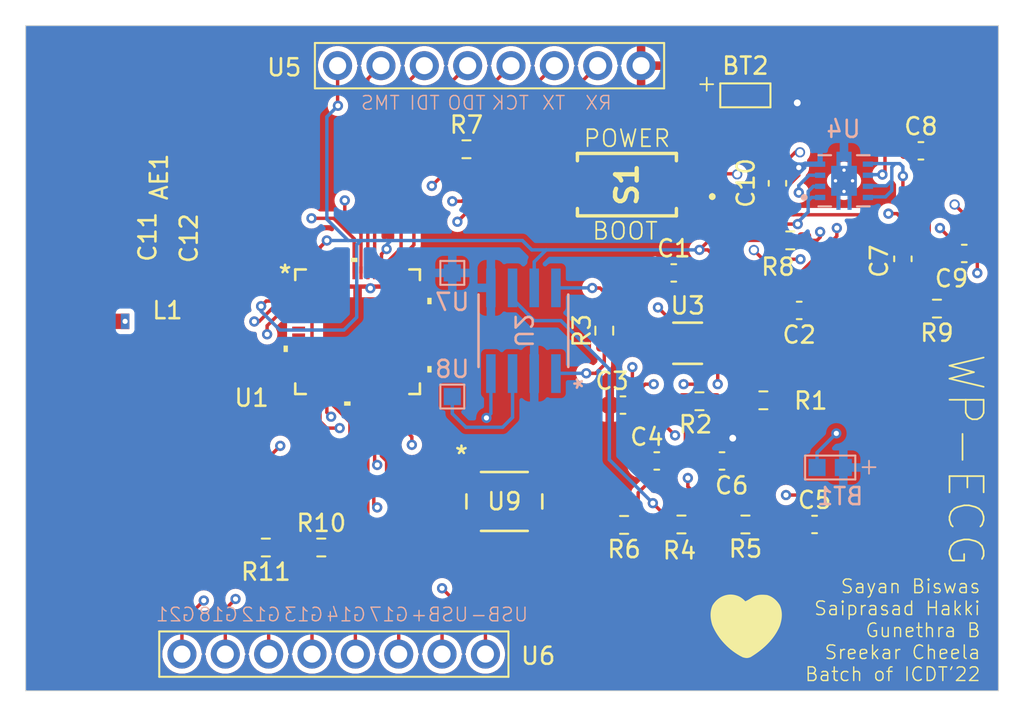
<source format=kicad_pcb>
(kicad_pcb (version 20240108) (generator "pcbnew") (generator_version "8.0")
  (layers (0 "F.Cu" signal) (1 "In1.Cu" power) (2 "In2.Cu" signal) (31 "B.Cu" signal) (34 "B.Paste" user) (35 "F.Paste" user) (36 "B.SilkS" user "B.Silkscreen") (37 "F.SilkS" user "F.Silkscreen") (38 "B.Mask" user) (39 "F.Mask" user) (44 "Edge.Cuts" user))
  (net 0 "")
  (net 1 "AnalogSig")
  (net 2 "Net-(U3-+)")
  (net 3 "LDO_OUT")
  (net 4 "GND2")
  (net 5 "Net-(R3-Pad1)")
  (net 6 "GND")
  (net 7 "Net-(U2-+)")
  (net 8 "Net-(R4-Pad1)")
  (net 9 "Net-(R3-Pad2)")
  (net 10 "Net-(U4-NR)")
  (net 11 "Net-(U4-FB_SNS)")
  (net 12 "Net-(U1-GPIO17)")
  (net 13 "USB_D+")
  (net 14 "Net-(U1-GPIO12)")
  (net 15 "USB_D-")
  (net 16 "Net-(U1-GPIO14)")
  (net 17 "Net-(U1-GPIO13)")
  (net 18 "Net-(U1-GPIO21)")
  (net 19 "Net-(U1-GPIO18)")
  (net 20 "TDI")
  (net 21 "RXD0")
  (net 22 "TXD0")
  (net 23 "TDO")
  (net 24 "TMS")
  (net 25 "TCK")
  (net 26 "Net-(C4-Pad2)")
  (net 27 "/EN")
  (net 28 "Net-(U1-U0TXD)")
  (net 29 "Net-(R6-Pad2)")
  (net 30 "Net-(C5-Pad1)")
  (net 31 "/1")
  (net 62 "Net-(U1-LNA_IN)")
  (net 65 "CELL3v7")
  (net 66 "Net-(S1-COM_2)")
  (net 67 "Net-(S1-NO_1)")
  (footprint "Resistor_SMD:R_0603_1608Metric" (layer "F.Cu") (at 172.425 108.25)
    (property "Reference" "R4")
    (property "Value" "10k")
  )
  (footprint "Capacitor_SMD:C_0201_0603Metric" (layer "F.Cu") (at 140.99 93.92 90)
    (property "Reference" "C11")
    (property "Value" "1.5 pF")
  )
  (footprint "Resistor_SMD:R_0603_1608Metric" (layer "F.Cu") (at 169.065 108.275 180)
    (property "Reference" "R6")
    (property "Value" "100")
  )
  (footprint "Capacitor_SMD:C_0603_1608Metric" (layer "F.Cu") (at 185.4 92.675 -90)
    (property "Reference" "C7")
    (property "Value" "10u")
  )
  (footprint "Resistor_SMD:R_0603_1608Metric" (layer "F.Cu") (at 187.395 95.5925 180)
    (property "Reference" "R9")
    (property "Value" "10k")
  )
  (footprint "Capacitor_SMD:C_0603_1608Metric" (layer "F.Cu") (at 179.325 95.7 180)
    (property "Reference" "C2")
    (property "Value" "0.1uF")
  )
  (footprint "Resistor_SMD:R_0603_1608Metric" (layer "F.Cu") (at 167.9044 96.8862 -90)
    (property "Reference" "R3")
    (property "Value" "24.7")
  )
  (footprint "Resistor_SMD:R_0603_1608Metric" (layer "F.Cu") (at 177.225 100.97)
    (property "Reference" "R1")
    (property "Value" "10k")
  )
  (footprint "Capacitor_SMD:C_0603_1608Metric" (layer "F.Cu") (at 180.225 108.25)
    (property "Reference" "C5")
    (property "Value" "100n")
  )
  (footprint "Capacitor_SMD:C_0603_1608Metric" (layer "F.Cu") (at 169 101.25)
    (property "Reference" "C3")
    (property "Value" "1uF")
  )
  (footprint "Socket:Socket_THT_MountingHoles" (layer "F.Cu") (at 162.44 81.35 90)
    (property "Reference" "U5")
    (property "Value" "~" (hide yes))
  )
  (footprint "Resistor_SMD:R_0603_1608Metric" (layer "F.Cu") (at 178.8 91.5925)
    (property "Reference" "R8")
    (property "Value" "33k")
  )
  (footprint "Resistor_SMD:R_0603_1608Metric" (layer "F.Cu") (at 151.325 109.6)
    (property "Reference" "R10")
    (property "Value" "0")
  )
  (footprint "Capacitor_SMD:C_0603_1608Metric" (layer "F.Cu") (at 186.455 86.3425)
    (property "Reference" "C8")
    (property "Value" "470n")
  )
  (footprint "Capacitor_SMD:C_0603_1608Metric" (layer "F.Cu") (at 178.05 88.2475 -90)
    (property "Reference" "C10")
    (property "Value" "10u")
  )
  (footprint "Resistor_SMD:R_0603_1608Metric" (layer "F.Cu") (at 176.175 108.25 180)
    (property "Reference" "R5")
    (property "Value" "10k")
  )
  (footprint "ESP32_S3_PICO_1_N8R2:QFN56_7X7_EXP" (layer "F.Cu") (at 153.45 96.95)
    (property "Reference" "U1")
    (property "Value" "ESP32-S3-PICO-1-N8R2")
  )
  (footprint "Resistor_SMD:R_0603_1608Metric" (layer "F.Cu") (at 148.075 109.6 180)
    (property "Reference" "R11")
    (property "Value" "0")
  )
  (footprint "Capacitor_SMD:C_0603_1608Metric" (layer "F.Cu") (at 188.995 92.36 180)
    (property "Reference" "C9")
    (property "Value" "470n")
  )
  (footprint "Capacitor_SMD:C_0603_1608Metric" (layer "F.Cu") (at 171.975 93.5)
    (property "Reference" "C1")
    (property "Value" "22uF")
  )
  (footprint "Inductor_SMD:L_0201_0603Metric" (layer "F.Cu") (at 142.25 94.24 180)
    (property "Reference" "L1")
    (property "Value" "2.7 nH")
  )
  (footprint "Capacitor_SMD:C_0603_1608Metric" (layer "F.Cu") (at 174.8 104.525)
    (property "Reference" "C6")
    (property "Value" "100n")
  )
  (footprint "Slide:416131160802" (layer "F.Cu") (at 169.23 88.325 90)
    (property "Reference" "S1")
    (property "Value" "416131160802" (hide yes))
  )
  (footprint "Capacitor_SMD:C_0201_0603Metric" (layer "F.Cu") (at 143.49 93.92 90)
    (property "Reference" "C12")
    (property "Value" "1.5 pF")
  )
  (footprint "Capacitor_SMD:C_0603_1608Metric" (layer "F.Cu") (at 170.98 104.525)
    (property "Reference" "C4")
    (property "Value" "1uF")
  )
  (footprint "opa358:DCK6-M" (layer "F.Cu") (at 172.78825 97.625001)
    (property "Reference" "U3")
    (property "Value" "OPA358")
  )
  (footprint "Tactile:SMD_025816_WRE" (layer "F.Cu") (at 162.05 106.9)
    (property "Reference" "U9")
    (property "Value" "434133025816")
  )
  (footprint "Resistor_SMD:R_0603_1608Metric" (layer "F.Cu") (at 173.48 101.025)
    (property "Reference" "R2")
    (property "Value" "10k")
  )
  (footprint "Resistor_SMD:R_0603_1608Metric" (layer "F.Cu") (at 159.83 86.25)
    (property "Reference" "R7")
    (property "Value" "499")
  )
  (footprint "RF_Antenna:Texas_SWRA117D_2.4GHz_Right" (layer "F.Cu") (at 139.83 94.24 90)
    (property "Reference" "AE1")
    (property "Value" "Antenna_Shield")
  )
  (footprint "CR2032_module:TestPoint_Pad_1.0x1.0mm" (layer "F.Cu") (at 176.17 83.09)
    (property "Reference" "BT2")
    (property "Value" "3.7")
  )
  (footprint "Socket:Socket_THT_MountingHoles" (layer "F.Cu") (at 153.32 115.85 90)
    (property "Reference" "U6")
    (property "Value" "~" (hide yes))
  )
  (footprint "TPS7A8101DRBR:IC_DRV8601DRBT" (layer "B.Cu") (at 181.95 88.099999)
    (property "Reference" "U4")
    (property "Value" "TPS7A8101DRBR")
  )
  (footprint "Electrode:TestPoint_Pad_1.0x1.0mm" (layer "B.Cu") (at 159 93.5 180)
    (property "Reference" "U7")
    (property "Value" "~" (hide yes))
  )
  (footprint "Electrode:TestPoint_Pad_1.0x1.0mm" (layer "B.Cu") (at 159 100.75 180)
    (property "Reference" "U8")
    (property "Value" "~" (hide yes))
  )
  (footprint "CR2032_module:TestPoint_Pad_1.0x1.0mm" (layer "B.Cu") (at 181.14 104.91 180)
    (property "Reference" "BT1")
    (property "Value" "3")
  )
  (footprint "ad620:R_8_ADI-M" (layer "B.Cu") (at 163.165 96.8915 90)
    (property "Reference" "U2")
    (property "Value" "AD620")
  )
  (gr_poly (pts (xy 175.37 112.36) (xy 175.426731 112.364646) (xy 175.483631 112.372158) (xy 175.54063 112.382578) (xy 175.597659 112.395948) (xy 175.654649 112.41231) (xy 175.711528 112.431706) (xy 175.768228 112.454178) (xy 175.82468 112.479768) (xy 175.849801 112.494009) (xy 175.874169 112.508526) (xy 175.897841 112.523343) (xy 175.920874 112.538485) (xy 175.943327 112.553976) (xy 175.965259 112.569839) (xy 175.986726 112.586099) (xy 176.007788 112.60278) (xy 176.028502 112.619906) (xy 176.048926 112.637501) (xy 176.069119 112.655589) (xy 176.089137 112.674195) (xy 176.128887 112.713054) (xy 176.168638 112.754273) (xy 176.218247 112.730624) (xy 176.266408 112.70619) (xy 176.313432 112.680903) (xy 176.359628 112.654695) (xy 176.405309 112.627498) (xy 176.450784 112.599245) (xy 176.496365 112.569868) (xy 176.542362 112.539299) (xy 176.596065 112.505993) (xy 176.64958 112.476933) (xy 176.703012 112.451883) (xy 176.756469 112.430607) (xy 176.810057 112.41287) (xy 176.863882 112.398435) (xy 176.918051 112.387067) (xy 176.972671 112.37853) (xy 177.027848 112.372588) (xy 177.083689 112.369005) (xy 177.140299 112.367547) (xy 177.197787 112.367976) (xy 177.256258 112.370057) (xy 177.315819 112.373555) (xy 177.438638 112.383856) (xy 177.498789 112.402556) (xy 177.556754 112.423901) (xy 177.612604 112.447831) (xy 177.666414 112.474283) (xy 177.718255 112.503195) (xy 177.768201 112.534506) (xy 177.816325 112.568154) (xy 177.8627 112.604077) (xy 177.907398 112.642212) (xy 177.950492 112.6825) (xy 177.992056 112.724876) (xy 178.032163 112.769281) (xy 178.070885 112.815651) (xy 178.108295 112.863926) (xy 178.144466 112.914042) (xy 178.179471 112.96594) (xy 178.212618 113.041247) (xy 178.240492 113.11708) (xy 178.263294 113.193382) (xy 178.281225 113.2701) (xy 178.294485 113.347177) (xy 178.303275 113.424557) (xy 178.307794 113.502186) (xy 178.308244 113.580007) (xy 178.304824 113.657966) (xy 178.297736 113.736007) (xy 178.28718 113.814075) (xy 178.273356 113.892113) (xy 178.256465 113.970067) (xy 178.236707 114.04788) (xy 178.214283 114.125499) (xy 178.189393 114.202867) (xy 178.122536 114.349738) (xy 178.048758 114.491751) (xy 177.968402 114.629008) (xy 177.881808 114.761612) (xy 177.78932 114.889664) (xy 177.691277 115.013266) (xy 177.588023 115.132522) (xy 177.479898 115.247532) (xy 177.367244 115.358399) (xy 177.250403 115.465225) (xy 177.129716 115.568113) (xy 177.005526 115.667164) (xy 176.878173 115.762481) (xy 176.747999 115.854165) (xy 176.615347 115.942319) (xy 176.480557 116.027045) (xy 176.446442 116.040077) (xy 176.414319 116.051176) (xy 176.383896 116.060399) (xy 176.354881 116.067801) (xy 176.32698 116.073439) (xy 176.2999 116.07737) (xy 176.27335 116.079648) (xy 176.247035 116.080332) (xy 176.220664 116.079476) (xy 176.193943 116.077137) (xy 176.166581 116.073371) (xy 176.138283 116.068234) (xy 176.108758 116.061783) (xy 176.077712 116.054074) (xy 176.009888 116.035106) (xy 175.865834 115.959305) (xy 175.724498 115.87653) (xy 175.586236 115.787075) (xy 175.451404 115.691234) (xy 175.320358 115.589301) (xy 175.193454 115.48157) (xy 175.071047 115.368333) (xy 174.953496 115.249886) (xy 174.841154 115.126521) (xy 174.734379 114.998532) (xy 174.633527 114.866213) (xy 174.538953 114.729858) (xy 174.451014 114.589761) (xy 174.370065 114.446215) (xy 174.296464 114.299513) (xy 174.230565 114.14995) (xy 174.209735 114.079091) (xy 174.190972 114.007598) (xy 174.174445 113.935576) (xy 174.160325 113.863129) (xy 174.148781 113.790364) (xy 174.139983 113.717385) (xy 174.134102 113.644298) (xy 174.131308 113.571208) (xy 174.131771 113.498221) (xy 174.135661 113.425441) (xy 174.143147 113.352973) (xy 174.154401 113.280924) (xy 174.169592 113.209398) (xy 174.188889 113.138501) (xy 174.212465 113.068337) (xy 174.240487 112.999013) (xy 174.272242 112.947483) (xy 174.30584 112.897812) (xy 174.34121 112.850039) (xy 174.378283 112.804208) (xy 174.416989 112.760361) (xy 174.457259 112.718539) (xy 174.499023 112.678784) (xy 174.54221 112.641139) (xy 174.586752 112.605645) (xy 174.632579 112.572345) (xy 174.679621 112.541281) (xy 174.727807 112.512494) (xy 174.77707 112.486027) (xy 174.827338 112.461921) (xy 174.878542 112.440219) (xy 174.930613 112.420963) (xy 174.98348 112.404194) (xy 175.037074 112.389955) (xy 175.091325 112.378288) (xy 175.146164 112.369235) (xy 175.201521 112.362838) (xy 175.257325 112.359138) (xy 175.313509 112.358178)) (stroke (width -0.000001)) (fill solid) (layer "F.SilkS"))
  (gr_line (start 134 79) (end 191 79) (stroke (width 0.05)) (layer "Edge.Cuts"))
  (gr_line (start 191 118) (end 191 79) (stroke (width 0.05)) (layer "Edge.Cuts"))
  (gr_line (start 134 118) (end 191 118) (stroke (width 0.05)) (layer "Edge.Cuts"))
  (gr_line (start 134 79) (end 134 118) (stroke (width 0.05)) (layer "Edge.Cuts"))
  (gr_text "G18" (at 146.5 114 0) (layer "B.SilkS") (effects (font (size 0.8 0.8) (thickness 0.08)) (justify left bottom mirror)))
  (gr_text "USB-" (at 163.5 114 0) (layer "B.SilkS") (effects (font (size 0.8 0.8) (thickness 0.08)) (justify left bottom mirror)))
  (gr_text "G12" (at 149 114 0) (layer "B.SilkS") (effects (font (size 0.8 0.8) (thickness 0.08)) (justify left bottom mirror)))
  (gr_text "USB+" (at 160 114 0) (layer "B.SilkS") (effects (font (size 0.8 0.8) (thickness 0.08)) (justify left bottom mirror)))
  (gr_text "G14" (at 154 114 0) (layer "B.SilkS") (effects (font (size 0.8 0.8) (thickness 0.08)) (justify left bottom mirror)))
  (gr_text "RX" (at 168.4 84 0) (layer "B.SilkS") (effects (font (size 0.8 0.8) (thickness 0.08)) (justify left bottom mirror)))
  (gr_text "TDI" (at 158.32 84 0) (layer "B.SilkS") (effects (font (size 0.8 0.8) (thickness 0.08)) (justify left bottom mirror)))
  (gr_text "+\n" (at 184.1 105.4 0) (layer "B.SilkS") (effects (font (size 1 1) (thickness 0.1)) (justify left bottom mirror)))
  (gr_text "TX" (at 165.68 84 0) (layer "B.SilkS") (effects (font (size 0.8 0.8) (thickness 0.08)) (justify left bottom mirror)))
  (gr_text "TCK" (at 163.55 84 0) (layer "B.SilkS") (effects (font (size 0.8 0.8) (thickness 0.08)) (justify left bottom mirror)))
  (gr_text "TDO" (at 161.01 84 0) (layer "B.SilkS") (effects (font (size 0.8 0.8) (thickness 0.08)) (justify left bottom mirror)))
  (gr_text "G21" (at 144 114 0) (layer "B.SilkS") (effects (font (size 0.8 0.8) (thickness 0.08)) (justify left bottom mirror)))
  (gr_text "G17" (at 156.5 114 0) (layer "B.SilkS") (effects (font (size 0.8 0.8) (thickness 0.08)) (justify left bottom mirror)))
  (gr_text "TMS" (at 155.98 84 0) (layer "B.SilkS") (effects (font (size 0.8 0.8) (thickness 0.08)) (justify left bottom mirror)))
  (gr_text "G13" (at 151.5 114 0) (layer "B.SilkS") (effects (font (size 0.8 0.8) (thickness 0.08)) (justify left bottom mirror)))
  (gr_text "+\n" (at 174.59 81.93 180) (layer "F.SilkS") (effects (font (size 1 1) (thickness 0.1)) (justify left bottom)))
  (gr_text "POWER" (at 166.62 86.2 0) (layer "F.SilkS") (effects (font (size 1 1) (thickness 0.1)) (justify left bottom)))
  (gr_text "BOOT" (at 167.13 91.63 0) (layer "F.SilkS") (effects (font (size 1 1) (thickness 0.1)) (justify left bottom)))
  (gr_text "Sayan Biswas\nSaiprasad Hakki\nGunethra B\nSreekar Cheela\nBatch of ICDT'22" (at 190 117.5 0) (layer "F.SilkS") (effects (font (size 0.8 0.8) (thickness 0.08)) (justify right bottom)))
  (gr_text "WP-ECG" (at 187.88 98.11 -90) (layer "F.SilkS") (effects (font (size 2 2) (thickness 0.1)) (justify left bottom)))
  (segment (start 171.55 96.025) (end 171.05 95.525) (width 0.2) (layer "F.Cu") (net 1))
  (segment (start 151.25 102.2) (end 151.25 100.4) (width 0.2) (layer "F.Cu") (net 1))
  (segment (start 178.55 106.525) (end 180.275 106.525) (width 0.2) (layer "F.Cu") (net 1))
  (segment (start 174.55 98.7985) (end 174.0265 98.275) (width 0.2) (layer "F.Cu") (net 1))
  (segment (start 174.0265 98.275) (end 172.8 98.275) (width 0.2) (layer "F.Cu") (net 1))
  (segment (start 172.55 97.275) (end 172.250002 96.975002) (width 0.2) (layer "F.Cu") (net 1))
  (segment (start 150.67 108.605) (end 150.67 109.6) (width 0.2) (layer "F.Cu") (net 1))
  (segment (start 180.275 106.525) (end 181 107.25) (width 0.2) (layer "F.Cu") (net 1))
  (segment (start 151.65 102.6) (end 151.175 103.075) (width 0.2) (layer "F.Cu") (net 1))
  (segment (start 149.395 108.605) (end 148.9 109.1) (width 0.2) (layer "F.Cu") (net 1))
  (segment (start 172.8 98.275) (end 172.55 98.025) (width 0.2) (layer "F.Cu") (net 1))
  (segment (start 151.175 108.1) (end 150.67 108.605) (width 0.2) (layer "F.Cu") (net 1))
  (segment (start 150.67 108.605) (end 149.395 108.605) (width 0.2) (layer "F.Cu") (net 1))
  (segment (start 151.65 102.6) (end 151.25 102.2) (width 0.2) (layer "F.Cu") (net 1))
  (segment (start 152.4 102.6) (end 151.65 102.6) (width 0.2) (layer "F.Cu") (net 1))
  (segment (start 181 107.25) (end 181 108.25) (width 0.2) (layer "F.Cu") (net 1))
  (segment (start 172.250002 96.975002) (end 171.55 96.975002) (width 0.2) (layer "F.Cu") (net 1))
  (segment (start 171.55 96.975002) (end 171.55 96.025) (width 0.2) (layer "F.Cu") (net 1))
  (segment (start 148.9 109.1) (end 148.9 109.6) (width 0.2) (layer "F.Cu") (net 1))
  (segment (start 151.175 103.075) (end 151.175 108.1) (width 0.2) (layer "F.Cu") (net 1))
  (segment (start 172.55 98.025) (end 172.55 97.275) (width 0.2) (layer "F.Cu") (net 1))
  (segment (start 174.55 100.025) (end 174.55 98.7985) (width 0.2) (layer "F.Cu") (net 1))
  (via (at 152.4 102.6) (size 0.6) (drill 0.3) (layers "F.Cu" "B.Cu") (net 1))
  (via (at 178.55 106.525) (size 0.6) (drill 0.3) (layers "F.Cu" "B.Cu") (net 1))
  (via (at 174.55 100.025) (size 0.6) (drill 0.3) (layers "F.Cu" "B.Cu") (net 1))
  (via (at 171.05 95.525) (size 0.6) (drill 0.3) (layers "F.Cu" "B.Cu") (net 1))
  (segment (start 171.55 98.275) (end 171.55 102.525) (width 0.2) (layer "F.Cu") (net 2))
  (segment (start 172.8 106.025) (end 173.8 107.025) (width 0.2) (layer "F.Cu") (net 2))
  (segment (start 173.8 104.775) (end 174.05 104.525) (width 0.2) (layer "F.Cu") (net 2))
  (segment (start 171.55 102.525) (end 172.05 103.025) (width 0.2) (layer "F.Cu") (net 2))
  (segment (start 175 108.25) (end 175.35 108.25) (width 0.2) (layer "F.Cu") (net 2))
  (segment (start 172.8 105.525) (end 172.8 106.025) (width 0.2) (layer "F.Cu") (net 2))
  (segment (start 175.025 108.25) (end 175.35 108.25) (width 0.2) (layer "F.Cu") (net 2))
  (segment (start 173.8 107.025) (end 174.0225 107.2475) (width 0.2) (layer "F.Cu") (net 2))
  (segment (start 174.025 107.245) (end 174.0225 107.2475) (width 0.2) (layer "F.Cu") (net 2))
  (segment (start 174.0225 107.2475) (end 175.025 108.25) (width 0.2) (layer "F.Cu") (net 2))
  (segment (start 174.025 104.525) (end 174.025 107.245) (width 0.2) (layer "F.Cu") (net 2))
  (via (at 172.05 103.025) (size 0.6) (drill 0.3) (layers "F.Cu" "B.Cu") (net 2))
  (via (at 172.8 105.525) (size 0.6) (drill 0.3) (layers "F.Cu" "B.Cu") (net 2))
  (segment (start 174.8465 95.7) (end 174.0265 94.88) (width 0.2) (layer "F.Cu") (net 3))
  (segment (start 150.51 95.15) (end 150.78 95.42) (width 0.2) (layer "F.Cu") (net 3))
  (segment (start 174.0265 96.975002) (end 174.0265 94.88) (width 0.2) (layer "F.Cu") (net 3))
  (segment (start 175.000002 96.975002) (end 174.0265 96.975002) (width 0.2) (layer "F.Cu") (net 3))
  (segment (start 152.28 83.68) (end 152.3 83.7) (width 0.2) (layer "F.Cu") (net 3))
  (segment (start 177.05 90.8425) (end 177.8 91.5925) (width 0.2) (layer "F.Cu") (net 3))
  (segment (start 178.35 92.7) (end 177.975 92.325) (width 0.2) (layer "F.Cu") (net 3))
  (segment (start 176.62 101.455) (end 176.62 101.025) (width 0.2) (layer "F.Cu") (net 3))
  (segment (start 174.0265 93.3365) (end 174.025 93.335) (width 0.2) (layer "F.Cu") (net 3))
  (segment (start 173.97 92.15) (end 174.3 92.48) (width 0.2) (layer "F.Cu") (net 3))
  (segment (start 189.76 92.37) (end 189.77 92.36) (width 0.2) (layer "F.Cu") (net 3))
  (segment (start 178.55 95.7) (end 174.8465 95.7) (width 0.2) (layer "F.Cu") (net 3))
  (segment (start 155.15 92.1) (end 154.85 92.4) (width 0.2) (layer "F.Cu") (net 3))
  (segment (start 174.0265 94.88) (end 174.0265 93.3365) (width 0.2) (layer "F.Cu") (net 3))
  (segment (start 177.975 92.325) (end 177.975 91.5925) (width 0.2) (layer "F.Cu") (net 3))
  (segment (start 173.86 93.5) (end 172.75 93.5) (width 0.2) (layer "F.Cu") (net 3))
  (segment (start 177.05 90.775) (end 177.05 90.8425) (width 0.2) (layer "F.Cu") (net 3))
  (segment (start 177.4375 87.4725) (end 178.05 87.4725) (width 0.2) (layer "F.Cu") (net 3))
  (segment (start 189.77 90.83) (end 188.43 89.49) (width 0.2) (layer "F.Cu") (net 3))
  (segment (start 150.78 98.98) (end 150.78 95.42) (width 0.2) (layer "F.Cu") (net 3))
  (segment (start 174.3 92.48) (end 174.3 93.06) (width 0.2) (layer "F.Cu") (net 3))
  (segment (start 175.3 100.525) (end 175.3 98.275) (width 0.2) (layer "F.Cu") (net 3))
  (segment (start 174.0375 91.5925) (end 173.48 92.15) (width 0.2) (layer "F.Cu") (net 3))
  (segment (start 177.05 87.86) (end 177.4375 87.4725) (width 0.2) (layer "F.Cu") (net 3))
  (segment (start 150.85 92.4) (end 150.85 93.5) (width 0.2) (layer "F.Cu") (net 3))
  (segment (start 152.85 100.4) (end 152.85 99.82) (width 0.2) (layer "F.Cu") (net 3))
  (segment (start 175.745 100.97) (end 176.4 100.97) (width 0.2) (layer "F.Cu") (net 3))
  (segment (start 177.05 90.775) (end 177.05 87.86) (width 0.2) (layer "F.Cu") (net 3))
  (segment (start 174.025 93.335) (end 173.86 93.5) (width 0.2) (layer "F.Cu") (net 3))
  (segment (start 175.3 97.275) (end 175.000002 96.975002) (width 0.2) (layer "F.Cu") (net 3))
  (segment (start 152.28 81.35) (end 152.28 83.68) (width 0.2) (layer "F.Cu") (net 3))
  (segment (start 154.85 92.4) (end 154.85 93.5) (width 0.2) (layer "F.Cu") (net 3))
  (segment (start 152.85 99.82) (end 152.48 99.45) (width 0.2) (layer "F.Cu") (net 3))
  (segment (start 189.76 93.51) (end 189.76 92.37) (width 0.2) (layer "F.Cu") (net 3))
  (segment (start 174.650001 97.625001) (end 174.0265 97.625001) (width 0.2) (layer "F.Cu") (net 3))
  (segment (start 151.25 99.45) (end 150.78 98.98) (width 0.2) (layer "F.Cu") (net 3))
  (segment (start 175.3 98.275) (end 175.3 97.275) (width 0.2) (layer "F.Cu") (net 3))
  (segment (start 179.37 86.43) (end 179.0925 86.43) (width 0.2) (layer "F.Cu") (net 3))
  (segment (start 151.25 92) (end 151.25 93.5) (width 0.2) (layer "F.Cu") (net 3))
  (segment (start 177.975 91.5925) (end 176 91.5925) (width 0.2) (layer "F.Cu") (net 3))
  (segment (start 147.797672 95.452328) (end 148.1 95.15) (width 0.2) (layer "F.Cu") (net 3))
  (segment (start 151.65 91.6) (end 150.85 92.4) (width 0.2) (layer "F.Cu") (net 3))
  (segment (start 149.997599 95.150001) (end 150.51 95.15) (width 0.2) (layer "F.Cu") (net 3))
  (segment (start 175.3 98.275) (end 174.650001 97.625001) (width 0.2) (layer "F.Cu") (net 3))
  (segment (start 173.48 92.15) (end 173.97 92.15) (width 0.2) (layer "F.Cu") (net 3))
  (segment (start 179.4 92.7) (end 178.35 92.7) (width 0.2) (layer "F.Cu") (net 3))
  (segment (start 176 91.5925) (end 174.0375 91.5925) (width 0.2) (layer "F.Cu") (net 3))
  (segment (start 179.236837 90.638862) (end 178.341138 90.638862) (width 0.2) (layer "F.Cu") (net 3))
  (segment (start 150.78 95.42) (end 150.109999 94.749999) (width 0.2) (layer "F.Cu") (net 3))
  (segment (start 148.1 95.15) (end 150 95.15) (width 0.2) (layer "F.Cu") (net 3))
  (segment (start 189.77 92.36) (end 189.77 90.83) (width 0.2) (layer "F.Cu") (net 3))
  (segment (start 152.48 99.45) (end 151.25 99.45) (width 0.2) (layer "F.Cu") (net 3))
  (segment (start 175.3 100.525) (end 175.745 100.97) (width 0.2) (layer "F.Cu") (net 3))
  (segment (start 177.975 91.005) (end 177.975 91.5925) (width 0.2) (layer "F.Cu") (net 3))
  (segment (start 174.3 93.06) (end 174.025 93.335) (width 0.2) (layer "F.Cu") (net 3))
  (segment (start 178.341138 90.638862) (end 177.975 91.005) (width 0.2) (layer "F.Cu") (net 3))
  (segment (start 151.65 91.6) (end 151.25 92) (width 0.2) (layer "F.Cu") (net 3))
  (segment (start 179.0925 86.43) (end 178.05 87.4725) (width 0.2) (layer "F.Cu") (net 3))
  (via (at 155.15 92.1) (size 0.6) (drill 0.3) (layers "F.Cu" "B.Cu") (net 3))
  (via (at 188.43 89.49) (size 0.6) (drill 0.4) (layers "F.Cu" "B.Cu") (net 3))
  (via (at 179.37 86.43) (size 0.6) (drill 0.4) (layers "F.Cu" "B.Cu") (net 3))
  (via (at 151.65 91.6) (size 0.6) (drill 0.3) (layers "F.Cu" "B.Cu") (net 3))
  (via (at 189.76 93.51) (size 0.6) (drill 0.3) (layers "F.Cu" "B.Cu") (net 3))
  (via (at 179.236837 90.638862) (size 0.6) (drill 0.3) (layers "F.Cu" "B.Cu") (net 3))
  (via (at 152.3 83.7) (size 0.6) (drill 0.3) (layers "F.Cu" "B.Cu") (net 3))
  (via (at 147.797672 95.452328) (size 0.6) (drill 0.3) (layers "F.Cu" "B.Cu") (net 3))
  (via (at 173.48 92.15) (size 0.6) (drill 0.3) (layers "F.Cu" "B.Cu") (net 3))
  (via (at 179.4 92.7) (size 0.6) (drill 0.3) (layers "F.Cu" "B.Cu") (net 3))
  (segment (start 180.15 88.425) (end 179.85 88.725) (width 0.2) (layer "B.Cu") (net 3))
  (segment (start 153.4 91.85) (end 153.65 91.6) (width 0.2) (layer "B.Cu") (net 3))
  (segment (start 180.55 89.075001) (end 180.049999 89.075001) (width 0.2) (layer "B.Cu") (net 3))
  (segment (start 152.9 91.6) (end 151.65 91.6) (width 0.2) (layer "B.Cu") (net 3))
  (segment (start 163.105801 91.6) (end 163.655801 92.15) (width 0.2) (layer "B.Cu") (net 3))
  (segment (start 147.797672 95.747672) (end 148.9 96.85) (width 0.2) (layer "B.Cu") (net 3))
  (segment (start 180.55 88.425) (end 180.15 88.425) (width 0.2) (layer "B.Cu") (net 3))
  (segment (start 180.049999 89.075001) (end 179.85 89.275) (width 0.2) (layer "B.Cu") (net 3))
  (segment (start 164.5 92.15) (end 163.8 92.85) (width 0.2) (layer "B.Cu") (net 3))
  (segment (start 152.3 83.7) (end 151.65 84.35) (width 0.2) (layer "B.Cu") (net 3))
  (segment (start 152.9 91.6) (end 151.65 90.35) (width 0.2) (layer "B.Cu") (net 3))
  (segment (start 148.9 96.85) (end 152.65 96.85) (width 0.2) (layer "B.Cu") (net 3))
  (segment (start 155.4 91.6) (end 153.65 91.6) (width 0.2) (layer "B.Cu") (net 3))
  (segment (start 151.65 90.35) (end 151.65 84.35) (width 0.2) (layer "B.Cu") (net 3))
  (segment (start 153.65 91.6) (end 152.9 91.6) (width 0.2) (layer "B.Cu") (net 3))
  (segment (start 179.85 89.925) (end 179.236837 90.538163) (width 0.2) (layer "B.Cu") (net 3))
  (segment (start 163.655801 92.15) (end 164.5 92.15) (width 0.2) (layer "B.Cu") (net 3))
  (segment (start 163.8 92.85) (end 163.8 94.3777) (width 0.2) (layer "B.Cu") (net 3))
  (segment (start 155.4 91.6) (end 163.105801 91.6) (width 0.2) (layer "B.Cu") (net 3))
  (segment (start 173.48 92.15) (end 164.5 92.15) (width 0.2) (layer "B.Cu") (net 3))
  (segment (start 179.236837 90.538163) (end 179.236837 90.638862) (width 0.2) (layer "B.Cu") (net 3))
  (segment (start 179.85 88.725) (end 179.85 89.275) (width 0.2) (layer "B.Cu") (net 3))
  (segment (start 152.65 96.85) (end 153.4 96.1) (width 0.2) (layer "B.Cu") (net 3))
  (segment (start 155.4 91.6) (end 155.15 91.85) (width 0.2) (layer "B.Cu") (net 3))
  (segment (start 153.4 96.1) (end 153.4 91.85) (width 0.2) (layer "B.Cu") (net 3))
  (segment (start 147.797672 95.452328) (end 147.797672 95.747672) (width 0.2) (layer "B.Cu") (net 3))
  (segment (start 179.85 89.275) (end 179.85 89.925) (width 0.2) (layer "B.Cu") (net 3))
  (segment (start 164.3106 108) (end 159.7894 108) (width 0.2) (layer "F.Cu") (net 4))
  (segment (start 170.400001 97.625001) (end 171.55 97.625001) (width 0.2) (layer "F.Cu") (net 4))
  (via (at 161 102) (size 0.6) (drill 0.3) (layers "F.Cu" "B.Cu") (net 4))
  (via (at 181.5 102.91) (size 0.6) (drill 0.3) (layers "F.Cu" "B.Cu") (net 4))
  (via (at 154.2 94.4) (size 0.6) (drill 0.3) (layers "F.Cu" "B.Cu") (net 4))
  (segment (start 161.26 101.74) (end 161 102) (width 0.2) (layer "B.Cu") (net 4))
  (segment (start 161.26 99.4053) (end 161.26 101.74) (width 0.2) (layer "B.Cu") (net 4))
  (segment (start 180.37 104.04) (end 181.5 102.91) (width 0.2) (layer "B.Cu") (net 4))
  (segment (start 180.37 104.91) (end 180.37 104.04) (width 0.2) (layer "B.Cu") (net 4))
  (segment (start 167.9044 94.6362) (end 167.9044 96.0612) (width 0.2) (layer "F.Cu") (net 5))
  (segment (start 167.2 94.3862) (end 167.6544 94.3862) (width 0.2) (layer "F.Cu") (net 5))
  (segment (start 167.6544 94.3862) (end 167.9044 94.6362) (width 0.2) (layer "F.Cu") (net 5))
  (via (at 167.2 94.3862) (size 0.6) (drill 0.3) (layers "F.Cu" "B.Cu") (net 5))
  (segment (start 167.1915 94.3777) (end 167.2 94.3862) (width 0.2) (layer "B.Cu") (net 5))
  (segment (start 165.07 94.3777) (end 167.1915 94.3777) (width 0.2) (layer "B.Cu") (net 5))
  (segment (start 185.8 95.5925) (end 186.57 95.5925) (width 0.2) (layer "F.Cu") (net 6))
  (segment (start 185.8 95.5925) (end 185.39875 95.19125) (width 0.2) (layer "F.Cu") (net 6))
  (segment (start 187.8 86.8425) (end 187.8 88.3675) (width 0.2) (layer "F.Cu") (net 6))
  (segment (start 179.464655 90.088862) (end 179.009019 90.088862) (width 0.2) (layer "F.Cu") (net 6))
  (segment (start 187.3 86.3425) (end 187.8 86.8425) (width 0.2) (layer "F.Cu") (net 6))
  (segment (start 179.21 83.53) (end 178.77 83.09) (width 0.2) (layer "F.Cu") (net 6))
  (segment (start 185.39875 95.19125) (end 185.3 95.0925) (width 0.2) (layer "F.Cu") (net 6))
  (segment (start 179.009019 90.088862) (end 179.005381 90.0925) (width 0.2) (layer "F.Cu") (net 6))
  (segment (start 186.94 91.91) (end 185.4 93.45) (width 0.2) (layer "F.Cu") (net 6))
  (segment (start 187.8 88.3675) (end 187.2825 88.3675) (width 0.2) (layer "F.Cu") (net 6))
  (segment (start 184.3 90.8425) (end 183.55 90.0925) (width 0.2) (layer "F.Cu") (net 6))
  (segment (start 186.94 88.71) (end 186.94 91.91) (width 0.2) (layer "F.Cu") (net 6))
  (segment (start 178.77 83.09) (end 176.94 83.09) (width 0.2) (layer "F.Cu") (net 6))
  (segment (start 185.3 95.0925) (end 184.3 94.0925) (width 0.2) (layer "F.Cu") (net 6))
  (segment (start 179.468293 90.0925) (end 179.464655 90.088862) (width 0.2) (layer "F.Cu") (net 6))
  (segment (start 184.3 94.0925) (end 184.3 90.8425) (width 0.2) (layer "F.Cu") (net 6))
  (segment (start 185.4 95.19) (end 185.39875 95.19125) (width 0.2) (layer "F.Cu") (net 6))
  (segment (start 179.3 87.7725) (end 179.3 87.325) (width 0.2) (layer "F.Cu") (net 6))
  (segment (start 183.55 90.0925) (end 179.468293 90.0925) (width 0.2) (layer "F.Cu") (net 6))
  (segment (start 178.8175 90.0925) (end 178.05 89.325) (width 0.2) (layer "F.Cu") (net 6))
  (segment (start 175.575 104.525) (end 175.575 103.335) (width 0.2) (layer "F.Cu") (net 6))
  (segment (start 178.05 89.0225) (end 179.3 87.7725) (width 0.2) (layer "F.Cu") (net 6))
  (segment (start 187.2825 88.3675) (end 186.94 88.71) (width 0.2) (layer "F.Cu") (net 6))
  (segment (start 179.005381 90.0925) (end 178.8175 90.0925) (width 0.2) (layer "F.Cu") (net 6))
  (segment (start 185.4 93.45) (end 185.4 95.19) (width 0.2) (layer "F.Cu") (net 6))
  (segment (start 175.575 103.335) (end 175.43 103.19) (width 0.2) (layer "F.Cu") (net 6))
  (via (at 179.3 87.325) (size 0.6) (drill 0.3) (layers "F.Cu" "B.Cu") (net 6))
  (via (at 175.43 103.19) (size 0.6) (drill 0.4) (layers "F.Cu" "B.Cu") (net 6))
  (via (at 179.21 83.53) (size 0.6) (drill 0.4) (layers "F.Cu" "B.Cu") (net 6))
  (segment (start 163.8 99.4053) (end 163.8 100.261299) (width 0.2) (layer "B.Cu") (net 6))
  (segment (start 161.95 102.55) (end 162.53 101.97) (width 0.2) (layer "B.Cu") (net 7))
  (segment (start 159.8 102.55) (end 161.95 102.55) (width 0.2) (layer "B.Cu") (net 7))
  (segment (start 159 101.75) (end 159.8 102.55) (width 0.2) (layer "B.Cu") (net 7))
  (segment (start 159 100.75) (end 159 101.75) (width 0.2) (layer "B.Cu") (net 7))
  (segment (start 162.53 101.97) (end 162.53 99.4053) (width 0.2) (layer "B.Cu") (net 7))
  (segment (start 171.6 107.85) (end 171.6 108.25) (width 0.2) (layer "F.Cu") (net 8))
  (segment (start 171.62 108.025) (end 171.62 108.595) (width 0.2) (layer "F.Cu") (net 8))
  (segment (start 170.75 107) (end 171.6 107.85) (width 0.2) (layer "F.Cu") (net 8))
  (via (at 170.75 107) (size 0.6) (drill 0.3) (layers "F.Cu" "B.Cu") (net 8))
  (segment (start 165.36 96.3) (end 163.808301 96.3) (width 0.2) (layer "B.Cu") (net 8))
  (segment (start 163.808301 96.3) (end 162.53 95.021699) (width 0.2) (layer "B.Cu") (net 8))
  (segment (start 162.53 95.021699) (end 162.53 94.3777) (width 0.2) (layer "B.Cu") (net 8))
  (segment (start 168.2 99.14) (end 165.36 96.3) (width 0.2) (layer "B.Cu") (net 8))
  (segment (start 168.2 104.45) (end 168.2 99.14) (width 0.2) (layer "B.Cu") (net 8))
  (segment (start 170.75 107) (end 168.2 104.45) (width 0.2) (layer "B.Cu") (net 8))
  (segment (start 167.4044 99.3862) (end 167.9044 98.8862) (width 0.2) (layer "F.Cu") (net 9))
  (segment (start 166.85 99.3862) (end 167.4044 99.3862) (width 0.2) (layer "F.Cu") (net 9))
  (segment (start 167.9044 97.7112) (end 167.9044 98.8862) (width 0.2) (layer "F.Cu") (net 9))
  (via (at 166.85 99.3862) (size 0.6) (drill 0.3) (layers "F.Cu" "B.Cu") (net 9))
  (segment (start 165.0891 99.3862) (end 165.07 99.4053) (width 0.2) (layer "B.Cu") (net 9))
  (segment (start 166.85 99.3862) (end 165.0891 99.3862) (width 0.2) (layer "B.Cu") (net 9))
  (segment (start 184.35 87.586091) (end 184.35 86.625) (width 0.2) (layer "F.Cu") (net 10))
  (segment (start 184.35 86.625) (end 184.6325 86.3425) (width 0.2) (layer "F.Cu") (net 10))
  (segment (start 184.2 87.736091) (end 184.35 87.586091) (width 0.2) (layer "F.Cu") (net 10))
  (segment (start 184.6325 86.3425) (end 185.68 86.3425) (width 0.2) (layer "F.Cu") (net 10))
  (via (at 184.2 87.736091) (size 0.6) (drill 0.3) (layers "F.Cu" "B.Cu") (net 10))
  (segment (start 184.193587 87.742504) (end 183.55 87.742504) (width 0.2) (layer "B.Cu") (net 10))
  (segment (start 184.2 87.736091) (end 184.193587 87.742504) (width 0.2) (layer "B.Cu") (net 10))
  (segment (start 188.22 95.5925) (end 188.22 92.36) (width 0.2) (layer "F.Cu") (net 11))
  (segment (start 180.55 91.0925) (end 180.55 91.41) (width 0.2) (layer "F.Cu") (net 11))
  (segment (start 188.18 91.48) (end 188.18 92.3425) (width 0.2) (layer "F.Cu") (net 11))
  (segment (start 180.55 91.41) (end 180.3675 91.5925) (width 0.2) (layer "F.Cu") (net 11))
  (segment (start 180.3675 91.5925) (end 179.625 91.5925) (width 0.2) (layer "F.Cu") (net 11))
  (segment (start 187.57 90.87) (end 188.18 91.48) (width 0.2) (layer "F.Cu") (net 11))
  (via (at 179.3 88.7925) (size 0.6) (drill 0.3) (layers "F.Cu" "B.Cu") (net 11))
  (via (at 180.55 91.0925) (size 0.6) (drill 0.3) (layers "F.Cu" "B.Cu") (net 11))
  (via (at 187.57 90.87) (size 0.6) (drill 0.3) (layers "F.Cu" "B.Cu") (net 11))
  (segment (start 179.899999 87.775001) (end 180.55 87.775001) (width 0.2) (layer "B.Cu") (net 11))
  (segment (start 179.3 88.7925) (end 179.3 88.375) (width 0.2) (layer "B.Cu") (net 11))
  (segment (start 179.3 88.375) (end 179.899999 87.775001) (width 0.2) (layer "B.Cu") (net 11))
  (segment (start 155.86 115.85) (end 155.86 114.04) (width 0.2) (layer "F.Cu") (net 12))
  (segment (start 155.86 114.04) (end 154.05 112.23) (width 0.2) (layer "F.Cu") (net 12))
  (segment (start 154.05 112.23) (end 154.05 100.4) (width 0.2) (layer "F.Cu") (net 12))
  (segment (start 155.25 104.137207) (end 155.25 100.4) (width 0.2) (layer "F.Cu") (net 13))
  (segment (start 155.5 105.744975) (end 155.5 104.387207) (width 0.2) (layer "F.Cu") (net 13))
  (segment (start 158.4 114.57) (end 155.49 111.66) (width 0.2) (layer "F.Cu") (net 13))
  (segment (start 155.49 111.66) (end 155.49 105.754975) (width 0.2) (layer "F.Cu") (net 13))
  (segment (start 158.4 115.85) (end 158.4 114.57) (width 0.2) (layer "F.Cu") (net 13))
  (segment (start 155.5 104.387207) (end 155.25 104.137207) (width 0.2) (layer "F.Cu") (net 13))
  (segment (start 155.49 105.754975) (end 155.5 105.744975) (width 0.2) (layer "F.Cu") (net 13))
  (segment (start 147.25 109.6) (end 147.25 105.31) (width 0.2) (layer "F.Cu") (net 14))
  (segment (start 148.24 115.85) (end 148.24 113.69) (width 0.2) (layer "F.Cu") (net 14))
  (segment (start 147.25 105.31) (end 148.92 103.64) (width 0.2) (layer "F.Cu") (net 14))
  (segment (start 151.65 100.4) (end 151.65 99.97435) (width 0.2) (layer "F.Cu") (net 14))
  (segment (start 151.9 101.93) (end 151.65 101.68) (width 0.2) (layer "F.Cu") (net 14))
  (segment (start 151.65 101.68) (end 151.65 100.4) (width 0.2) (layer "F.Cu") (net 14))
  (segment (start 147.25 112.7) (end 147.25 109.6) (width 0.2) (layer "F.Cu") (net 14))
  (segment (start 148.24 113.69) (end 147.25 112.7) (width 0.2) (layer "F.Cu") (net 14))
  (via (at 148.92 103.64) (size 0.6) (drill 0.3) (layers "F.Cu" "B.Cu") (net 14))
  (via (at 151.9 101.93) (size 0.6) (drill 0.3) (layers "F.Cu" "B.Cu") (net 14))
  (segment (start 154.85 104.232182) (end 154.85 100.4) (width 0.2) (layer "F.Cu") (net 15))
  (segment (start 155.15 104.532182) (end 154.85 104.232182) (width 0.2) (layer "F.Cu") (net 15))
  (segment (start 154.6 107.25) (end 154.55 107.25) (width 0.2) (layer "F.Cu") (net 15))
  (segment (start 154.4 107.1) (end 154.4 106.35) (width 0.2) (layer "F.Cu") (net 15))
  (segment (start 160.94 114.53) (end 158.4 111.99) (width 0.2) (layer "F.Cu") (net 15))
  (segment (start 155.15 105.6) (end 155.15 104.532182) (width 0.2) (layer "F.Cu") (net 15))
  (segment (start 154.4 106.35) (end 155.15 105.6) (width 0.2) (layer "F.Cu") (net 15))
  (segment (start 154.55 107.25) (end 154.4 107.1) (width 0.2) (layer "F.Cu") (net 15))
  (segment (start 160.94 115.85) (end 160.94 114.53) (width 0.2) (layer "F.Cu") (net 15))
  (via (at 154.6 107.25) (size 0.6) (drill 0.3) (layers "F.Cu" "B.Cu") (net 15))
  (via (at 158.4 111.99) (size 0.6) (drill 0.3) (layers "F.Cu" "B.Cu") (net 15))
  (segment (start 153.32 111.73) (end 153.51 111.54) (width 0.2) (layer "F.Cu") (net 16))
  (segment (start 152.45 101.17) (end 152.45 100.4) (width 0.2) (layer "F.Cu") (net 16))
  (segment (start 153.32 115.85) (end 153.32 111.73) (width 0.2) (layer "F.Cu") (net 16))
  (segment (start 153.51 102.23) (end 152.45 101.17) (width 0.2) (layer "F.Cu") (net 16))
  (segment (start 153.51 111.54) (end 153.51 102.23) (width 0.2) (layer "F.Cu") (net 16))
  (segment (start 153 108.75) (end 152.15 109.6) (width 0.2) (layer "F.Cu") (net 17))
  (segment (start 153 102.25) (end 153 108.75) (width 0.2) (layer "F.Cu") (net 17))
  (segment (start 151.815 109.6) (end 151.815 111.435) (width 0.2) (layer "F.Cu") (net 17))
  (segment (start 152.05 100.4) (end 152.05 101.3) (width 0.2) (layer "F.Cu") (net 17))
  (segment (start 152.05 101.3) (end 153 102.25) (width 0.2) (layer "F.Cu") (net 17))
  (segment (start 150.78 112.47) (end 150.78 115.85) (width 0.2) (layer "F.Cu") (net 17))
  (segment (start 151.815 111.435) (end 150.78 112.47) (width 0.2) (layer "F.Cu") (net 17))
  (segment (start 143.16 115.85) (end 143.16 113.99) (width 0.2) (layer "F.Cu") (net 18))
  (segment (start 143.16 113.99) (end 144.44 112.71) (width 0.2) (layer "F.Cu") (net 18))
  (segment (start 156.63 103.11) (end 155.65 102.13) (width 0.2) (layer "F.Cu") (net 18))
  (segment (start 156.63 103.58) (end 156.63 103.11) (width 0.2) (layer "F.Cu") (net 18))
  (segment (start 155.65 102.13) (end 155.65 100.4) (width 0.2) (layer "F.Cu") (net 18))
  (via (at 144.44 112.71) (size 0.6) (drill 0.3) (layers "F.Cu" "B.Cu") (net 18))
  (via (at 156.63 103.58) (size 0.6) (drill 0.3) (layers "F.Cu" "B.Cu") (net 18))
  (segment (start 145.7 115.85) (end 145.7 113.22) (width 0.2) (layer "F.Cu") (net 19))
  (segment (start 145.7 113.22) (end 146.3 112.62) (width 0.2) (layer "F.Cu") (net 19))
  (segment (start 154.45 104.61) (end 154.45 100.4) (width 0.2) (layer "F.Cu") (net 19))
  (segment (start 154.6 104.76) (end 154.45 104.61) (width 0.2) (layer "F.Cu") (net 19))
  (via (at 154.6 104.76) (size 0.6) (drill 0.3) (layers "F.Cu" "B.Cu") (net 19))
  (via (at 146.3 112.62) (size 0.6) (drill 0.3) (layers "F.Cu" "B.Cu") (net 19))
  (segment (start 154.45 84.26) (end 154.45 93.5) (width 0.2) (layer "F.Cu") (net 20))
  (segment (start 157.36 81.35) (end 154.45 84.26) (width 0.2) (layer "F.Cu") (net 20))
  (segment (start 167.52 81.35) (end 159.57 89.3) (width 0.2) (layer "F.Cu") (net 21))
  (segment (start 153.25 91.5) (end 153.25 93.5) (width 0.2) (layer "F.Cu") (net 21))
  (segment (start 159.57 89.3) (end 159 89.3) (width 0.2) (layer "F.Cu") (net 21))
  (segment (start 152.05 90.3) (end 153.25 91.5) (width 0.2) (layer "F.Cu") (net 21))
  (segment (start 150.75 90.3) (end 152.05 90.3) (width 0.2) (layer "F.Cu") (net 21))
  (via (at 159 89.3) (size 0.6) (drill 0.3) (layers "F.Cu" "B.Cu") (net 21))
  (via (at 150.75 90.3) (size 0.6) (drill 0.3) (layers "F.Cu" "B.Cu") (net 21))
  (segment (start 161.75 85.5) (end 161 86.25) (width 0.2) (layer "F.Cu") (net 22))
  (segment (start 164.98 81.35) (end 161.75 84.58) (width 0.2) (layer "F.Cu") (net 22))
  (segment (start 161 86.25) (end 160.655 86.25) (width 0.2) (layer "F.Cu") (net 22))
  (segment (start 161.75 84.58) (end 161.75 85.5) (width 0.2) (layer "F.Cu") (net 22))
  (segment (start 156 85.25) (end 156 92.05) (width 0.2) (layer "F.Cu") (net 23))
  (segment (start 159.9 81.35) (end 156 85.25) (width 0.2) (layer "F.Cu") (net 23))
  (segment (start 155.25 92.8) (end 155.25 93.5) (width 0.2) (layer "F.Cu") (net 23))
  (segment (start 156 92.05) (end 155.25 92.8) (width 0.2) (layer "F.Cu") (net 23))
  (segment (start 154.05 82.12) (end 154.05 93.5) (width 0.2) (layer "F.Cu") (net 24))
  (segment (start 154.82 81.35) (end 154.05 82.12) (width 0.2) (layer "F.Cu") (net 24))
  (segment (start 158.3 84.7) (end 156.75 86.25) (width 0.2) (layer "F.Cu") (net 25))
  (segment (start 155.65 92.96) (end 155.65 93.5) (width 0.2) (layer "F.Cu") (net 25))
  (segment (start 162.44 81.35) (end 159.09 84.7) (width 0.2) (layer "F.Cu") (net 25))
  (segment (start 156.75 86.25) (end 156.75 91.86) (width 0.2) (layer "F.Cu") (net 25))
  (segment (start 159.09 84.7) (end 158.3 84.7) (width 0.2) (layer "F.Cu") (net 25))
  (segment (start 156.75 91.86) (end 155.65 92.96) (width 0.2) (layer "F.Cu") (net 25))
  (segment (start 171.755 104.82) (end 171.755 104.525) (width 0.2) (layer "F.Cu") (net 26))
  (segment (start 172.655 103.625) (end 172.655 101.025) (width 0.2) (layer "F.Cu") (net 26))
  (segment (start 171.755 104.525) (end 172.655 103.625) (width 0.2) (layer "F.Cu") (net 26))
  (segment (start 171.755 104.525) (end 169.89 106.39) (width 0.2) (layer "F.Cu") (net 26))
  (segment (start 169.89 106.39) (end 169.89 108.275) (width 0.2) (layer "F.Cu") (net 26))
  (segment (start 170.3 100.025) (end 169.87 100.455) (width 0.2) (layer "F.Cu") (net 27))
  (segment (start 148.477818 95.55) (end 150 95.55) (width 0.2) (layer "F.Cu") (net 27))
  (segment (start 172.55 100.025) (end 173.585 100.025) (width 0.2) (layer "F.Cu") (net 27))
  (segment (start 177.57 102.15) (end 178.05 101.67) (width 0.2) (layer "F.Cu") (net 27))
  (segment (start 178.05 101.67) (end 178.05 100.97) (width 0.2) (layer "F.Cu") (net 27))
  (segment (start 174.305 100.745) (end 174.305 101.025) (width 0.2) (layer "F.Cu") (net 27))
  (segment (start 170.8 100.025) (end 170.3 100.025) (width 0.2) (layer "F.Cu") (net 27))
  (segment (start 169.87 100.455) (end 169.87 101.025) (width 0.2) (layer "F.Cu") (net 27))
  (segment (start 174.73 102.15) (end 177.57 102.15) (width 0.2) (layer "F.Cu") (net 27))
  (segment (start 169.87 100.455) (end 169.55 100.135) (width 0.2) (layer "F.Cu") (net 27))
  (segment (start 173.585 100.025) (end 174.305 100.745) (width 0.2) (layer "F.Cu") (net 27))
  (segment (start 147.677818 96.35) (end 148.477818 95.55) (width 0.2) (layer "F.Cu") (net 27))
  (segment (start 174.305 101.725) (end 174.73 102.15) (width 0.2) (layer "F.Cu") (net 27))
  (segment (start 169.55 100.135) (end 169.55 99.025) (width 0.2) (layer "F.Cu") (net 27))
  (segment (start 147.4 96.35) (end 147.677818 96.35) (width 0.2) (layer "F.Cu") (net 27))
  (segment (start 174.305 101.025) (end 174.305 101.725) (width 0.2) (layer "F.Cu") (net 27))
  (via (at 147.4 96.35) (size 0.6) (drill 0.3) (layers "F.Cu" "B.Cu") (net 27))
  (via (at 169.55 99.025) (size 0.6) (drill 0.3) (layers "F.Cu" "B.Cu") (net 27))
  (via (at 170.8 100.025) (size 0.6) (drill 0.3) (layers "F.Cu" "B.Cu") (net 27))
  (via (at 172.55 100.025) (size 0.6) (drill 0.3) (layers "F.Cu" "B.Cu") (net 27))
  (segment (start 157.8 88.4) (end 159.005 87.195) (width 0.2) (layer "F.Cu") (net 28))
  (segment (start 152.7 89.25) (end 152.7 90.25) (width 0.2) (layer "F.Cu") (net 28))
  (segment (start 159.005 87.195) (end 159.005 86.25) (width 0.2) (layer "F.Cu") (net 28))
  (segment (start 152.7 90.25) (end 153.65 91.2) (width 0.2) (layer "F.Cu") (net 28))
  (segment (start 153.65 91.2) (end 153.65 93.5) (width 0.2) (layer "F.Cu") (net 28))
  (via (at 152.7 89.25) (size 0.6) (drill 0.3) (layers "F.Cu" "B.Cu") (net 28))
  (via (at 157.8 88.4) (size 0.6) (drill 0.3) (layers "F.Cu" "B.Cu") (net 28))
  (segment (start 165.765 105.8) (end 168.24 108.275) (width 0.2) (layer "F.Cu") (net 29))
  (segment (start 164.3106 105.8) (end 159.7894 105.8) (width 0.2) (layer "F.Cu") (net 29))
  (segment (start 164.3106 105.8) (end 165.765 105.8) (width 0.2) (layer "F.Cu") (net 29))
  (segment (start 179.45 108.25) (end 177 108.25) (width 0.2) (layer "F.Cu") (net 30))
  (segment (start 177 109.25) (end 176.75 109.5) (width 0.2) (layer "F.Cu") (net 30))
  (segment (start 173.5 109.5) (end 173.25 109.25) (width 0.2) (layer "F.Cu") (net 30))
  (segment (start 173.25 109.25) (end 173.25 108.25) (width 0.2) (layer "F.Cu") (net 30))
  (segment (start 177 108.25) (end 177 109.25) (width 0.2) (layer "F.Cu") (net 30))
  (segment (start 176.75 109.5) (end 173.5 109.5) (width 0.2) (layer "F.Cu") (net 30))
  (segment (start 139.83 94.24) (end 140.99 94.24) (width 0.428) (layer "F.Cu") (net 31))
  (segment (start 141.93 94.24) (end 140.99 94.24) (width 0.428) (layer "F.Cu") (net 31))
  (segment (start 150.06 94.24) (end 142.62 94.24) (width 0.4318) (layer "F.Cu") (net 62))
  (segment (start 165.42 85.39) (end 165.42 87.69) (width 0.2) (layer "F.Cu") (net 65))
  (segment (start 171.36 84.45) (end 166.36 84.45) (width 0.2) (layer "F.Cu") (net 65))
  (segment (start 175.4 83.09) (end 172.72 83.09) (width 0.2) (layer "F.Cu") (net 65))
  (segment (start 166.36 84.45) (end 165.42 85.39) (width 0.2) (layer "F.Cu") (net 65))
  (segment (start 172.72 83.09) (end 171.36 84.45) (width 0.2) (layer "F.Cu") (net 65))
  (segment (start 185.05 90.025) (end 185.05 90.03) (width 0.2) (layer "F.Cu") (net 66))
  (segment (start 178 93.5) (end 177.95 93.45) (width 0.2) (layer "F.Cu") (net 66))
  (segment (start 181.53 90.87) (end 181.53 91.347818) (width 0.2) (layer "F.Cu") (net 66))
  (segment (start 175.69 87.72) (end 175.66 87.69) (width 0.2) (layer "F.Cu") (net 66))
  (segment (start 181.53 91.347818) (end 180.32 92.557818) (width 0.2) (layer "F.Cu") (net 66))
  (segment (start 180.32 92.557818) (end 179.377818 93.5) (width 0.2) (layer "F.Cu") (net 66))
  (segment (start 185.4 87.825) (end 185.4 90.38) (width 0.2) (layer "F.Cu") (net 66))
  (segment (start 178.57 93.5) (end 178 93.5) (width 0.2) (layer "F.Cu") (net 66))
  (segment (start 185.05 90.03) (end 185.4 90.38) (width 0.2) (layer "F.Cu") (net 66))
  (segment (start 177.95 93.45) (end 176.67 92.17) (width 0.2) (layer "F.Cu") (net 66))
  (segment (start 179.377818 93.5) (end 178.57 93.5) (width 0.2) (layer "F.Cu") (net 66))
  (segment (start 184.55 90.025) (end 185.05 90.025) (width 0.2) (layer "F.Cu") (net 66))
  (segment (start 175.66 87.69) (end 173.04 87.69) (width 0.2) (layer "F.Cu") (net 66))
  (segment (start 185.4 90.38) (end 185.4 91.9) (width 0.2) (layer "F.Cu") (net 66))
  (segment (start 176.67 92.17) (end 176.67 92.16) (width 0.2) (layer "F.Cu") (net 66))
  (via (at 176.67 92.16) (size 0.6) (drill 0.4) (layers "F.Cu" "B.Cu") (net 66))
  (via (at 185.4 87.825) (size 0.6) (drill 0.3) (layers "F.Cu" "B.Cu") (net 66))
  (via (at 175.69 87.72) (size 0.6) (drill 0.4) (layers "F.Cu" "B.Cu") (net 66))
  (via (at 184.55 90.025) (size 0.6) (drill 0.3) (layers "F.Cu" "B.Cu") (net 66))
  (via (at 181.53 90.87) (size 0.6) (drill 0.3) (layers "F.Cu" "B.Cu") (net 66))
  (segment (start 185.4 87.275) (end 185.217503 87.092503) (width 0.2) (layer "B.Cu") (net 66))
  (segment (start 184.7 88.125) (end 184.75 88.175) (width 0.2) (layer "B.Cu") (net 66))
  (segment (start 184.7 88.125) (end 184.432497 88.392503) (width 0.2) (layer "B.Cu") (net 66))
  (segment (start 184.75 88.075) (end 184.7 88.125) (width 0.2) (layer "B.Cu") (net 66))
  (segment (start 185.4 87.825) (end 185.4 87.275) (width 0.2) (layer "B.Cu") (net 66))
  (segment (start 184.95 87.092503) (end 183.55 87.092503) (width 0.2) (layer "B.Cu") (net 66))
  (segment (start 184.75 88.175) (end 184.75 88.675) (width 0.2) (layer "B.Cu") (net 66))
  (segment (start 185.217503 87.092503) (end 184.95 87.092503) (width 0.2) (layer "B.Cu") (net 66))
  (segment (start 184.95 87.092503) (end 184.75 87.292503) (width 0.2) (layer "B.Cu") (net 66))
  (segment (start 184.75 88.675) (end 184.382496 89.042504) (width 0.2) (layer "B.Cu") (net 66))
  (segment (start 184.75 87.292503) (end 184.75 88.075) (width 0.2) (layer "B.Cu") (net 66))
  (segment (start 184.432497 88.392503) (end 183.55 88.392503) (width 0.2) (layer "B.Cu") (net 66))
  (segment (start 184.382496 89.042504) (end 183.55 89.042504) (width 0.2) (layer "B.Cu") (net 66))
  (segment (start 160.84 88.96) (end 165.42 88.96) (width 0.2) (layer "F.Cu") (net 67))
  (segment (start 148.15 97.1) (end 148.15 96.6) (width 0.2) (layer "F.Cu") (net 67))
  (segment (start 148.15 96.6) (end 148.8 95.95) (width 0.2) (layer "F.Cu") (net 67))
  (segment (start 159.3 90.5) (end 160.84 88.96) (width 0.2) (layer "F.Cu") (net 67))
  (segment (start 148.8 95.95) (end 150 95.95) (width 0.2) (layer "F.Cu") (net 67))
  (via (at 148.15 97.1) (size 0.6) (drill 0.3) (layers "F.Cu" "B.Cu") (net 67))
  (via (at 159.3 90.5) (size 0.6) (drill 0.3) (layers "F.Cu" "B.Cu") (net 67))
  (zone (net 4) (net_name "GND2") (layer "F.Cu") (connect_pads (clearance 0.3)) (min_thickness 0.25) (fill yes (thermal_gap 0.5) (thermal_bridge_width 0.5))
    (polygon (pts (xy 140.74 78.5) (xy 191.24 78.5) (xy 191.24 118.5) (xy 140.23 118.5)))
  )
  (zone (net 6) (net_name "GND") (layer "B.Cu") (priority 2) (connect_pads (clearance 0.3)) (min_thickness 0.25) (fill yes (thermal_gap 0.5) (thermal_bridge_width 0.5))
    (polygon (pts (xy 132.5 77.5) (xy 192.5 77.5) (xy 192.5 119.5) (xy 132.5 119.5)))
  )
)
</source>
